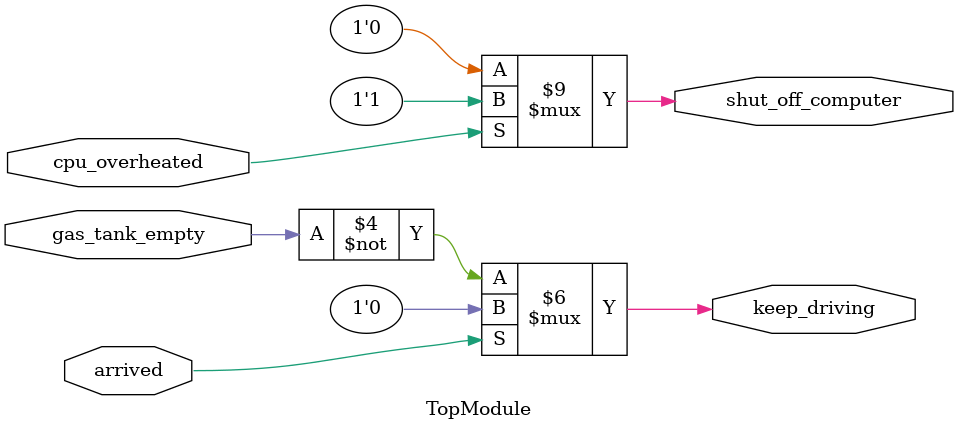
<source format=sv>
module TopModule (
    input logic cpu_overheated,        // 1-bit input, indicates if the CPU is overheated
    input logic arrived,               // 1-bit input, indicates if destination is reached
    input logic gas_tank_empty,        // 1-bit input, indicates if the gas tank is empty
    output logic shut_off_computer,    // 1-bit output, controls computer shut off
    output logic keep_driving          // 1-bit output, controls if the vehicle should keep driving
);

    // Combinational logic to determine computer shut off
    always_comb begin
        if (cpu_overheated) begin
            shut_off_computer = 1'b1;    // If CPU is overheated, shut off the computer
        end else begin
            shut_off_computer = 1'b0;    // Otherwise, keep the computer running
        end
    end

    // Combinational logic to determine driving status
    always_comb begin
        if (~arrived) begin
            keep_driving = ~gas_tank_empty; // If not arrived, keep driving if gas tank is not empty
        end else begin
            keep_driving = 1'b0;         // If arrived, do not keep driving regardless of gas tank status
        end
    end

endmodule
</source>
